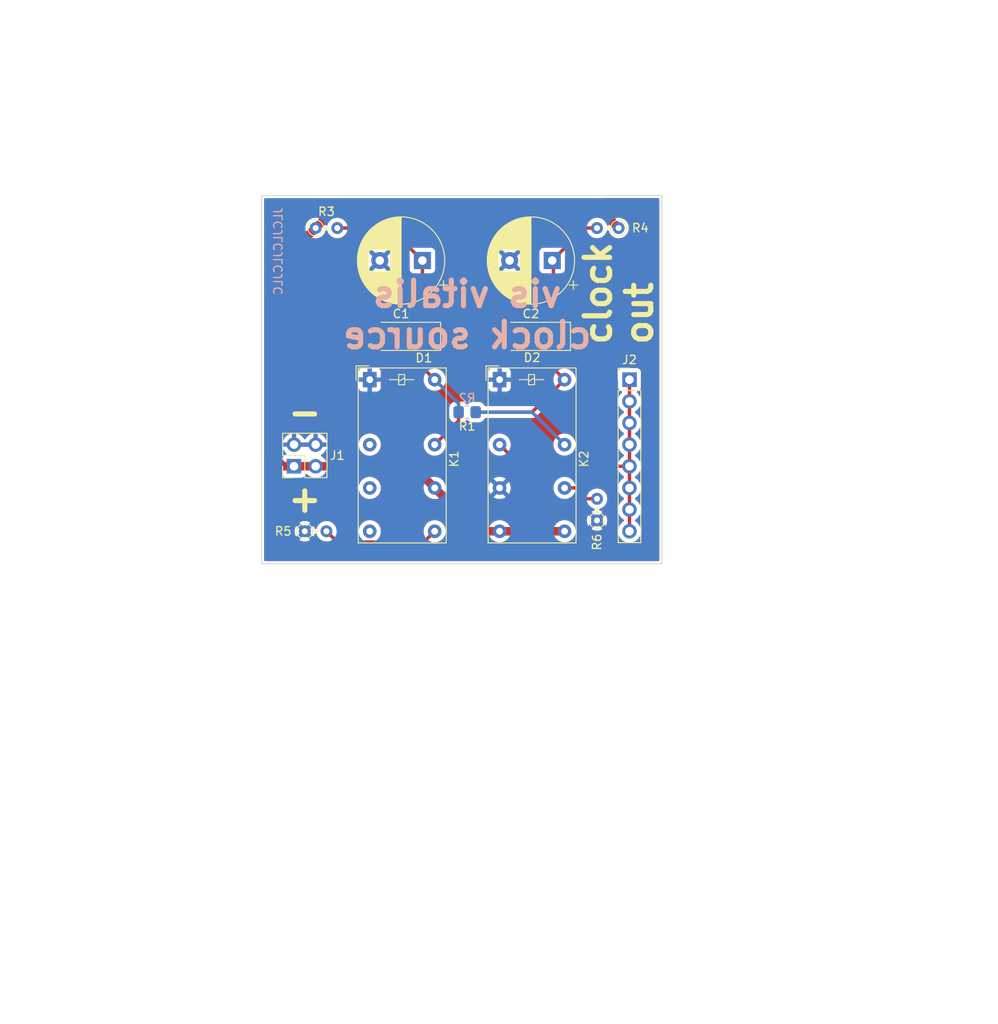
<source format=kicad_pcb>
(kicad_pcb (version 20240108) (generator "pcbnew") (generator_version "8.0")
  (layers (0 "F.Cu" signal) (31 "B.Cu" signal) (34 "B.Paste" user) (35 "F.Paste" user) (36 "B.SilkS" user "B.Silkscreen") (37 "F.SilkS" user "F.Silkscreen") (38 "B.Mask" user) (39 "F.Mask" user) (44 "Edge.Cuts" user))
  (net 0 "")
  (net 1 "Net-(D1-A1)")
  (net 2 "Net-(D2-A1)")
  (net 6 "Net-(K1-Pad21)")
  (net 7 "Net-(K1-Pad24)")
  (net 8 "Net-(K2-Pad21)")
  (net 9 "Net-(K2-Pad22)")
  (net 10 "Net-(J2-Pin_1)")
  (net 11 "VCC")
  (net 12 "GND")
  (footprint "Resistor_THT:R_Axial_DIN0204_L3.6mm_D1.6mm_P2.54mm_Vertical" (layer "F.Cu") (at 156.21 92.71 90)
    (property "Reference" "R6" (at -2.54 0 270) (layer "F.SilkS"))
    (property "Value" "15kR")
    (pad "1" thru_hole circle (at 0 0 90) (size 1.4 1.4) (drill 0.7) (layers "*.Cu" "*.Mask") (net 12 "GND"))
    (pad "2" thru_hole oval (at 2.54 0 90) (size 1.4 1.4) (drill 0.7) (layers "*.Cu" "*.Mask") (net 9 "Net-(K2-Pad22)"))
  )
  (footprint "Resistor_THT:R_Axial_DIN0204_L3.6mm_D1.6mm_P2.54mm_Vertical" (layer "F.Cu") (at 123.19 58.42)
    (property "Reference" "R3" (at 1.27 -1.92 360) (layer "F.SilkS"))
    (property "Value" "15kR")
    (pad "1" thru_hole circle (at 0 0) (size 1.4 1.4) (drill 0.7) (layers "*.Cu" "*.Mask") (net 11 "VCC"))
    (pad "2" thru_hole oval (at 2.54 0) (size 1.4 1.4) (drill 0.7) (layers "*.Cu" "*.Mask") (net 1 "Net-(D1-A1)"))
  )
  (footprint "Diode_SMD:D_SMA_Handsoldering" (layer "F.Cu") (at 148.59 71.12 180)
    (property "Reference" "D2" (at 0 -2.5 0) (layer "F.SilkS"))
    (property "Value" "SMAJ14CA")
    (pad "1" smd roundrect (at -2.5 0 180) (size 3.5 1.8) (layers "F.Cu" "F.Paste" "F.Mask") (roundrect_rratio 0.1388888889) (net 2 "Net-(D2-A1)"))
    (pad "2" smd roundrect (at 2.5 0 180) (size 3.5 1.8) (layers "F.Cu" "F.Paste" "F.Mask") (roundrect_rratio 0.1388888889) (net 12 "GND"))
  )
  (footprint "Capacitor_THT:CP_Radial_D10.0mm_P5.00mm" (layer "F.Cu") (at 150.957677 62.23 180)
    (property "Reference" "C2" (at 2.5 -6.25 0) (layer "F.SilkS"))
    (property "Value" "470uF")
    (pad "1" thru_hole rect (at 0 0 180) (size 2 2) (drill 1) (layers "*.Cu" "*.Mask") (net 2 "Net-(D2-A1)"))
    (pad "2" thru_hole circle (at 5 0 180) (size 2 2) (drill 1) (layers "*.Cu" "*.Mask") (net 12 "GND"))
  )
  (footprint "Connector_PinHeader_2.54mm:PinHeader_1x08_P2.54mm_Vertical" (layer "F.Cu") (at 160.02 76.2)
    (property "Reference" "J2" (at 0 -2.33 0) (layer "F.SilkS"))
    (property "Value" "Conn_01x08")
    (pad "1" thru_hole rect (at 0 0) (size 1.7 1.7) (drill 1) (layers "*.Cu" "*.Mask") (net 10 "Net-(J2-Pin_1)"))
    (pad "2" thru_hole oval (at 0 2.54) (size 1.7 1.7) (drill 1) (layers "*.Cu" "*.Mask") (net 10 "Net-(J2-Pin_1)"))
    (pad "3" thru_hole oval (at 0 5.08) (size 1.7 1.7) (drill 1) (layers "*.Cu" "*.Mask") (net 10 "Net-(J2-Pin_1)"))
    (pad "4" thru_hole oval (at 0 7.62) (size 1.7 1.7) (drill 1) (layers "*.Cu" "*.Mask") (net 10 "Net-(J2-Pin_1)"))
    (pad "5" thru_hole oval (at 0 10.16) (size 1.7 1.7) (drill 1) (layers "*.Cu" "*.Mask") (net 10 "Net-(J2-Pin_1)"))
    (pad "6" thru_hole oval (at 0 12.7) (size 1.7 1.7) (drill 1) (layers "*.Cu" "*.Mask") (net 10 "Net-(J2-Pin_1)"))
    (pad "7" thru_hole oval (at 0 15.24) (size 1.7 1.7) (drill 1) (layers "*.Cu" "*.Mask") (net 10 "Net-(J2-Pin_1)"))
    (pad "8" thru_hole oval (at 0 17.78) (size 1.7 1.7) (drill 1) (layers "*.Cu" "*.Mask") (net 10 "Net-(J2-Pin_1)"))
  )
  (footprint "Relay_THT:Relay_DPDT_Finder_30.22" (layer "F.Cu") (at 144.78 76.2 -90)
    (property "Reference" "K2" (at 9.3 -9.9 90) (layer "F.SilkS"))
    (property "Value" "J104D2C12VDC.15S")
    (pad "11" thru_hole circle (at 7.62 0) (size 1.6 1.6) (drill 0.8) (layers "*.Cu" "*.Mask") (net 10 "Net-(J2-Pin_1)"))
    (pad "12" thru_hole circle (at 12.7 0) (size 1.6 1.6) (drill 0.8) (layers "*.Cu" "*.Mask") (net 12 "GND"))
    (pad "14" thru_hole circle (at 17.78 0) (size 1.6 1.6) (drill 0.8) (layers "*.Cu" "*.Mask") (net 11 "VCC"))
    (pad "21" thru_hole circle (at 7.62 -7.62) (size 1.6 1.6) (drill 0.8) (layers "*.Cu" "*.Mask") (net 8 "Net-(K2-Pad21)"))
    (pad "22" thru_hole circle (at 12.7 -7.62) (size 1.6 1.6) (drill 0.8) (layers "*.Cu" "*.Mask") (net 9 "Net-(K2-Pad22)"))
    (pad "24" thru_hole circle (at 17.78 -7.62 90) (size 1.6 1.6) (drill 0.8) (layers "*.Cu" "*.Mask") (net 11 "VCC"))
    (pad "A1" thru_hole rect (at 0 0) (size 1.6 1.8) (drill 0.8) (layers "*.Cu" "*.Mask") (net 12 "GND"))
    (pad "A2" thru_hole circle (at 0 -7.62) (size 1.6 1.6) (drill 0.8) (layers "*.Cu" "*.Mask") (net 2 "Net-(D2-A1)"))
  )
  (footprint "Capacitor_THT:CP_Radial_D10.0mm_P5.00mm" (layer "F.Cu") (at 135.717677 62.23 180)
    (property "Reference" "C1" (at 2.5 -6.25 0) (layer "F.SilkS"))
    (property "Value" "470uF")
    (pad "1" thru_hole rect (at 0 0 180) (size 2 2) (drill 1) (layers "*.Cu" "*.Mask") (net 1 "Net-(D1-A1)"))
    (pad "2" thru_hole circle (at 5 0 180) (size 2 2) (drill 1) (layers "*.Cu" "*.Mask") (net 12 "GND"))
  )
  (footprint "Diode_SMD:D_SMA_Handsoldering" (layer "F.Cu") (at 133.35 71.12 180)
    (property "Reference" "D1" (at -2.54 -2.54 0) (layer "F.SilkS"))
    (property "Value" "SMAJ14CA" (hide yes))
    (pad "1" smd roundrect (at -2.5 0 180) (size 3.5 1.8) (layers "F.Cu" "F.Paste" "F.Mask") (roundrect_rratio 0.1388888889) (net 1 "Net-(D1-A1)"))
    (pad "2" smd roundrect (at 2.5 0 180) (size 3.5 1.8) (layers "F.Cu" "F.Paste" "F.Mask") (roundrect_rratio 0.1388888889) (net 12 "GND"))
  )
  (footprint "Resistor_THT:R_Axial_DIN0204_L3.6mm_D1.6mm_P2.54mm_Vertical" (layer "F.Cu") (at 158.75 58.42 180)
    (property "Reference" "R4" (at -2.54 0 180) (layer "F.SilkS"))
    (property "Value" "15kR")
    (pad "1" thru_hole circle (at 0 0 180) (size 1.4 1.4) (drill 0.7) (layers "*.Cu" "*.Mask") (net 11 "VCC"))
    (pad "2" thru_hole oval (at 2.54 0 180) (size 1.4 1.4) (drill 0.7) (layers "*.Cu" "*.Mask") (net 2 "Net-(D2-A1)"))
  )
  (footprint "Resistor_SMD:R_0805_2012Metric_Pad1.20x1.40mm_HandSolder" (layer "F.Cu") (at 140.97 80.01 180)
    (property "Reference" "R1" (at 0 -1.65 0) (layer "F.SilkS"))
    (property "Value" "47R")
    (pad "1" smd roundrect (at -1 0 180) (size 1.2 1.4) (layers "F.Cu" "F.Paste" "F.Mask") (roundrect_rratio 0.208333) (net 2 "Net-(D2-A1)"))
    (pad "2" smd roundrect (at 1 0 180) (size 1.2 1.4) (layers "F.Cu" "F.Paste" "F.Mask") (roundrect_rratio 0.208333) (net 6 "Net-(K1-Pad21)"))
  )
  (footprint "Relay_THT:Relay_DPDT_Finder_30.22" (layer "F.Cu") (at 129.54 76.2 -90)
    (property "Reference" "K1" (at 9.3 -9.9 90) (layer "F.SilkS"))
    (property "Value" "J104D2C12VDC.15S" (hide yes))
    (pad "11" thru_hole circle (at 7.62 0) (size 1.6 1.6) (drill 0.8) (layers "*.Cu" "*.Mask"))
    (pad "12" thru_hole circle (at 12.7 0) (size 1.6 1.6) (drill 0.8) (layers "*.Cu" "*.Mask"))
    (pad "14" thru_hole circle (at 17.78 0) (size 1.6 1.6) (drill 0.8) (layers "*.Cu" "*.Mask"))
    (pad "21" thru_hole circle (at 7.62 -7.62) (size 1.6 1.6) (drill 0.8) (layers "*.Cu" "*.Mask") (net 6 "Net-(K1-Pad21)"))
    (pad "22" thru_hole circle (at 12.7 -7.62) (size 1.6 1.6) (drill 0.8) (layers "*.Cu" "*.Mask") (net 11 "VCC"))
    (pad "24" thru_hole circle (at 17.78 -7.62 90) (size 1.6 1.6) (drill 0.8) (layers "*.Cu" "*.Mask") (net 7 "Net-(K1-Pad24)"))
    (pad "A1" thru_hole rect (at 0 0) (size 1.6 1.8) (drill 0.8) (layers "*.Cu" "*.Mask") (net 12 "GND"))
    (pad "A2" thru_hole circle (at 0 -7.62) (size 1.6 1.6) (drill 0.8) (layers "*.Cu" "*.Mask") (net 1 "Net-(D1-A1)"))
  )
  (footprint "Connector_PinHeader_2.54mm:PinHeader_2x02_P2.54mm_Vertical" (layer "F.Cu") (at 120.65 86.36 90)
    (property "Reference" "J1" (at 1.27 5.08 0) (layer "F.SilkS"))
    (property "Value" "Conn_02x02_Odd_Even")
    (pad "1" thru_hole rect (at 0 0 90) (size 1.7 1.7) (drill 1) (layers "*.Cu" "*.Mask") (net 11 "VCC"))
    (pad "2" thru_hole oval (at 2.54 0 90) (size 1.7 1.7) (drill 1) (layers "*.Cu" "*.Mask") (net 12 "GND"))
    (pad "3" thru_hole oval (at 0 2.54 90) (size 1.7 1.7) (drill 1) (layers "*.Cu" "*.Mask") (net 11 "VCC"))
    (pad "4" thru_hole oval (at 2.54 2.54 90) (size 1.7 1.7) (drill 1) (layers "*.Cu" "*.Mask") (net 12 "GND"))
  )
  (footprint "Resistor_THT:R_Axial_DIN0204_L3.6mm_D1.6mm_P2.54mm_Vertical" (layer "F.Cu") (at 121.92 93.98)
    (property "Reference" "R5" (at -2.54 0 360) (layer "F.SilkS"))
    (property "Value" "15kR")
    (pad "1" thru_hole circle (at 0 0) (size 1.4 1.4) (drill 0.7) (layers "*.Cu" "*.Mask") (net 12 "GND"))
    (pad "2" thru_hole oval (at 2.54 0) (size 1.4 1.4) (drill 0.7) (layers "*.Cu" "*.Mask") (net 7 "Net-(K1-Pad24)"))
  )
  (footprint "Resistor_SMD:R_0805_2012Metric_Pad1.20x1.40mm_HandSolder" (layer "B.Cu") (at 140.97 80.01 180)
    (property "Reference" "R2" (at 0 1.65 0) (layer "B.SilkS") (effects (justify mirror)))
    (property "Value" "47R")
    (pad "1" smd roundrect (at -1 0 180) (size 1.2 1.4) (layers "B.Cu" "B.Paste" "B.Mask") (roundrect_rratio 0.208333) (net 8 "Net-(K2-Pad21)"))
    (pad "2" smd roundrect (at 1 0 180) (size 1.2 1.4) (layers "B.Cu" "B.Paste" "B.Mask") (roundrect_rratio 0.208333) (net 1 "Net-(D1-A1)"))
  )
  (gr_line (start 116.84 54.61) (end 116.84 97.79) (stroke (width 0.1)) (layer "Edge.Cuts"))
  (gr_line (start 163.83 97.79) (end 116.84 97.79) (stroke (width 0.1)) (layer "Edge.Cuts"))
  (gr_line (start 163.83 54.61) (end 116.84 54.61) (stroke (width 0.1)) (layer "Edge.Cuts"))
  (gr_line (start 163.83 97.79) (end 163.83 54.61) (stroke (width 0.1)) (layer "Edge.Cuts"))
  (gr_text "JLCJLCJLCJLC" (at 119.38 55.88 90) (layer "B.SilkS") (effects (font (size 1 1)) (justify left bottom mirror)))
  (gr_text "vis vitalis\nclock source" (at 140.97 68.58 0) (layer "B.SilkS") (effects (font (size 3 3) (thickness 0.6) (bold yes)) (justify mirror)))
  (gr_text "-" (at 121.92 80.01 0) (layer "F.SilkS") (effects (font (size 3 3) (thickness 0.6) (bold yes))))
  (gr_text "+" (at 121.92 90.17 0) (layer "F.SilkS") (effects (font (size 3 3) (thickness 0.6) (bold yes))))
  (gr_text "clock\nout" (at 158.75 72.39 90) (layer "F.SilkS") (effects (font (size 3 3) (thickness 0.6) (bold yes)) (justify left)))
  (segment (start 135.85 71.12) (end 135.85 74.89) (width 0.4) (layer "F.Cu") (net 1))
  (segment (start 135.717677 62.23) (end 135.717677 70.987677) (width 0.4) (layer "F.Cu") (net 1))
  (segment (start 131.907677 58.42) (end 135.717677 62.23) (width 0.4) (layer "F.Cu") (net 1))
  (segment (start 135.85 74.89) (end 137.16 76.2) (width 0.4) (layer "F.Cu") (net 1))
  (segment (start 135.717677 70.987677) (end 135.85 71.12) (width 0.4) (layer "F.Cu") (net 1))
  (segment (start 125.73 58.42) (end 131.907677 58.42) (width 0.4) (layer "F.Cu") (net 1))
  (segment (start 139.97 80.01) (end 139.97 79.01) (width 0.4) (layer "B.Cu") (net 1))
  (segment (start 139.97 79.01) (end 137.16 76.2) (width 0.4) (layer "B.Cu") (net 1))
  (segment (start 151.09 71.12) (end 151.09 62.362323) (width 0.4) (layer "F.Cu") (net 2))
  (segment (start 156.21 58.42) (end 154.767677 58.42) (width 0.4) (layer "F.Cu") (net 2))
  (segment (start 151.09 62.362323) (end 150.957677 62.23) (width 0.4) (layer "F.Cu") (net 2))
  (segment (start 151.09 74.89) (end 151.09 71.12) (width 0.4) (layer "F.Cu") (net 2))
  (segment (start 152.4 76.2) (end 151.09 74.89) (width 0.4) (layer "F.Cu") (net 2))
  (segment (start 154.767677 58.42) (end 150.957677 62.23) (width 0.4) (layer "F.Cu") (net 2))
  (segment (start 148.59 80.01) (end 152.4 76.2) (width 0.4) (layer "F.Cu") (net 2))
  (segment (start 141.97 80.01) (end 148.59 80.01) (width 0.4) (layer "F.Cu") (net 2))
  (segment (start 139.97 81.01) (end 137.16 83.82) (width 0.4) (layer "F.Cu") (net 6))
  (segment (start 139.97 80.01) (end 139.97 81.01) (width 0.4) (layer "F.Cu") (net 6))
  (segment (start 135.89 95.25) (end 137.16 93.98) (width 0.4) (layer "F.Cu") (net 7))
  (segment (start 124.46 93.98) (end 125.73 95.25) (width 0.4) (layer "F.Cu") (net 7))
  (segment (start 125.73 95.25) (end 135.89 95.25) (width 0.4) (layer "F.Cu") (net 7))
  (segment (start 141.97 80.01) (end 148.59 80.01) (width 0.4) (layer "B.Cu") (net 8))
  (segment (start 148.59 80.01) (end 152.4 83.82) (width 0.4) (layer "B.Cu") (net 8))
  (segment (start 156.21 90.17) (end 154.94 90.17) (width 0.4) (layer "F.Cu") (net 9))
  (segment (start 154.94 90.17) (end 153.67 88.9) (width 0.4) (layer "F.Cu") (net 9))
  (segment (start 153.67 88.9) (end 152.4 88.9) (width 0.4) (layer "F.Cu") (net 9))
  (segment (start 160.02 91.44) (end 160.02 93.98) (width 0.4) (layer "F.Cu") (net 10))
  (segment (start 160.02 86.36) (end 160.02 83.82) (width 0.4) (layer "F.Cu") (net 10))
  (segment (start 160.02 86.36) (end 160.02 88.9) (width 0.4) (layer "F.Cu") (net 10))
  (segment (start 160.02 83.82) (end 160.02 81.28) (width 0.4) (layer "F.Cu") (net 10))
  (segment (start 144.78 83.82) (end 147.32 86.36) (width 0.4) (layer "F.Cu") (net 10))
  (segment (start 147.32 86.36) (end 160.02 86.36) (width 0.4) (layer "F.Cu") (net 10))
  (segment (start 160.02 88.9) (end 160.02 91.44) (width 0.4) (layer "F.Cu") (net 10))
  (segment (start 160.02 78.74) (end 160.02 76.2) (width 0.4) (layer "F.Cu") (net 10))
  (segment (start 160.02 81.28) (end 160.02 78.74) (width 0.4) (layer "F.Cu") (net 10))
  (segment (start 123.19 86.36) (end 134.62 86.36) (width 1) (layer "F.Cu") (net 11))
  (segment (start 118.11 63.5) (end 123.19 58.42) (width 1) (layer "F.Cu") (net 11))
  (segment (start 120.65 86.36) (end 123.19 86.36) (width 1) (layer "F.Cu") (net 11))
  (segment (start 118.11 85.09) (end 118.11 63.5) (width 1) (layer "F.Cu") (net 11))
  (segment (start 137.16 88.9) (end 142.24 93.98) (width 1) (layer "F.Cu") (net 11))
  (segment (start 120.65 86.36) (end 119.38 86.36) (width 1) (layer "F.Cu") (net 11))
  (segment (start 158.75 58.42) (end 156.21 55.88) (width 1) (layer "F.Cu") (net 11))
  (segment (start 142.24 93.98) (end 144.78 93.98) (width 1) (layer "F.Cu") (net 11))
  (segment (start 119.38 86.36) (end 118.11 85.09) (width 1) (layer "F.Cu") (net 11))
  (segment (start 134.62 86.36) (end 137.16 88.9) (width 1) (layer "F.Cu") (net 11))
  (segment (start 156.21 55.88) (end 125.73 55.88) (width 1) (layer "F.Cu") (net 11))
  (segment (start 125.73 55.88) (end 123.19 58.42) (width 1) (layer "F.Cu") (net 11))
  (segment (start 144.78 93.98) (end 152.4 93.98) (width 1) (layer "F.Cu") (net 11))
  (zone (net 12) (net_name "GND") (layer "F.Cu") (connect_pads (clearance 0.5)) (min_thickness 0.25) (fill yes (thermal_gap 0.5) (thermal_bridge_width 0.5))
    (polygon (pts (xy 115.57 53.34) (xy 165.1 53.34) (xy 165.1 99.06) (xy 115.57 99.06)))
  )
  (zone (net 12) (net_name "GND") (layer "B.Cu") (connect_pads (clearance 0.5)) (min_thickness 0.25) (fill yes (thermal_gap 0.5) (thermal_bridge_width 0.5))
    (polygon (pts (xy 115.57 53.34) (xy 165.1 53.34) (xy 165.1 99.06) (xy 115.57 99.06)))
  )
)
</source>
